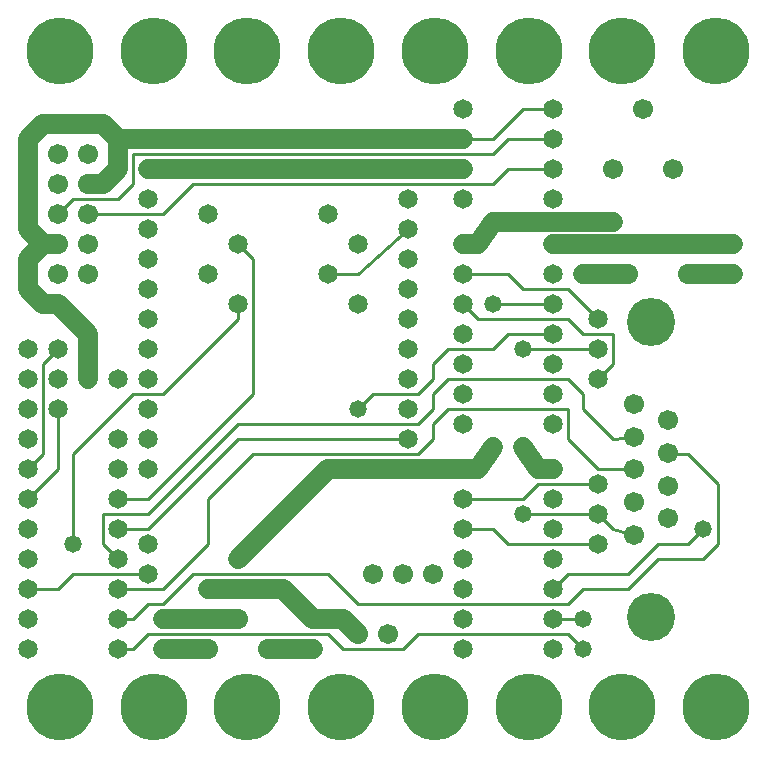
<source format=gbl>
%MOIN*%
%FSLAX25Y25*%
G04 D10 used for Character Trace; *
G04     Circle (OD=.01000) (No hole)*
G04 D11 used for Power Trace; *
G04     Circle (OD=.06500) (No hole)*
G04 D12 used for Signal Trace; *
G04     Circle (OD=.01100) (No hole)*
G04 D13 used for Via; *
G04     Circle (OD=.05800) (Round. Hole ID=.02800)*
G04 D14 used for Component hole; *
G04     Circle (OD=.06500) (Round. Hole ID=.03500)*
G04 D15 used for Component hole; *
G04     Circle (OD=.06700) (Round. Hole ID=.04300)*
G04 D16 used for Component hole; *
G04     Circle (OD=.08100) (Round. Hole ID=.05100)*
G04 D17 used for Component hole; *
G04     Circle (OD=.08900) (Round. Hole ID=.05900)*
G04 D18 used for Component hole; *
G04     Circle (OD=.11300) (Round. Hole ID=.08300)*
G04 D19 used for Component hole; *
G04     Circle (OD=.16000) (Round. Hole ID=.13000)*
G04 D20 used for Component hole; *
G04     Circle (OD=.18300) (Round. Hole ID=.15300)*
G04 D21 used for Component hole; *
G04     Circle (OD=.22291) (Round. Hole ID=.19291)*
%ADD10C,.01000*%
%ADD11C,.06500*%
%ADD12C,.01100*%
%ADD13C,.05800*%
%ADD14C,.06500*%
%ADD15C,.06700*%
%ADD16C,.08100*%
%ADD17C,.08900*%
%ADD18C,.11300*%
%ADD19C,.16000*%
%ADD20C,.18300*%
%ADD21C,.22291*%
%IPPOS*%
%LPD*%
G90*X0Y0D02*D21*X15625Y15625D03*D14*              
X35000Y35000D03*D12*X40000D01*X45000Y40000D01*    
X105000D01*X110000Y35000D01*X130000D01*           
X135000Y40000D01*X185000D01*X190000Y35000D01*D13* 
D03*D14*X180000Y45000D03*D12*X190000D01*D13*D03*  
D12*X115000Y50000D02*X185000D01*X115000D02*       
X105000Y60000D01*X60000D01*X50000Y50000D01*       
X45000D01*X40000Y45000D01*X35000D01*D14*D03*      
Y55000D03*D12*X50000D01*X65000Y70000D01*Y85000D01*
X80000Y100000D01*X135000D01*X140000Y105000D01*    
Y110000D01*X145000Y115000D01*X185000D01*          
Y105000D01*X195000Y95000D01*X206900D01*D15*D03*   
Y105900D03*D12*X200000Y105000D01*                 
X190000Y115000D01*Y120000D01*X185000Y125000D01*   
X145000D01*X140000Y120000D01*Y115000D01*          
X135000Y110000D01*X75000D01*X45000Y80000D01*      
X30000D01*Y70000D01*X35000Y65000D01*D14*D03*D12*  
Y75000D02*X45000D01*D14*X35000D03*D12*Y85000D02*  
X45000D01*D14*X35000D03*D12*X45000Y75000D02*      
X75000Y105000D01*X131600D01*D14*D03*Y115000D03*   
Y95000D03*D11*X105000D01*X75000Y65000D01*D13*D03* 
X65000Y55000D03*D11*X90000D01*X100000Y45000D01*   
D14*D03*D11*X110000D01*X115000Y40000D01*D15*D03*  
X125000D03*D14*X100000Y35000D03*D11*X85000D01*D15*
D03*X75000Y45000D03*D11*X50000D01*D14*D03*        
Y35000D03*D11*X65000D01*D15*D03*D21*              
X46875Y15625D03*X78125D03*D14*X45000Y60000D03*D12*
X20000D01*X15000Y55000D01*X5000D01*D14*D03*       
Y65000D03*Y45000D03*D13*X20000Y70000D03*D12*      
Y100000D01*X40000Y120000D01*X50000D01*            
X75000Y145000D01*Y150000D01*D14*D03*              
X65000Y160000D03*D12*X80000Y120000D02*Y165000D01* 
X45000Y85000D02*X80000Y120000D01*D14*             
X35000Y95000D03*X45000D03*Y70000D03*Y105000D03*   
X35000D03*X15000Y115000D03*D12*Y95000D01*         
X5000Y85000D01*D14*D03*Y95000D03*D12*             
X10000Y100000D01*Y130000D01*X15000Y135000D01*D14* 
D03*X25000Y125000D03*D11*Y140000D01*              
X15000Y150000D01*X10000D01*X5000Y155000D01*       
Y165000D01*X10000Y170000D01*X15000D01*D15*D03*D11*
X10000D02*X5000Y175000D01*Y205000D01*             
X10000Y210000D01*X30000D01*X35000Y205000D01*      
Y195000D01*X30000Y190000D01*X25000D01*D15*D03*D12*
X15000Y180000D02*X20000Y185000D01*D15*            
X15000Y180000D03*D12*X20000Y185000D02*X35000D01*  
X40000Y190000D01*Y200000D01*X160000D01*           
X165000Y205000D01*X180000D01*D14*D03*D12*         
X160000D02*X170000Y215000D01*X150000Y205000D02*   
X160000D01*D14*X150000D03*D11*X140000D01*D14*D03* 
D11*X65000D01*D13*D03*D11*X35000D01*D13*          
X45000Y195000D03*D11*X140000D01*D14*D03*D11*      
X150000D01*D14*D03*D12*X60000Y190000D02*          
X160000D01*X50000Y180000D02*X60000Y190000D01*     
X25000Y180000D02*X50000D01*D15*X25000D03*         
X15000Y190000D03*X25000Y170000D03*D14*            
X45000Y165000D03*D15*X15000Y160000D03*D14*        
X45000Y175000D03*D15*X25000Y200000D03*Y160000D03* 
D14*X45000Y185000D03*D15*X15000Y200000D03*D14*    
X45000Y155000D03*Y145000D03*X65000Y180000D03*     
X5000Y135000D03*X45000D03*X75000Y170000D03*D12*   
X80000Y165000D01*D14*X105000Y160000D03*D12*       
X115000D01*X131600Y175000D01*D14*D03*Y185000D03*  
Y165000D03*X115000Y170000D03*X150000Y160000D03*   
D12*X165000D01*X170000Y155000D01*X185000D01*      
X195000Y145000D01*D14*D03*D12*X200000Y130000D02*  
Y140000D01*X195000Y125000D02*X200000Y130000D01*   
D14*X195000Y125000D03*D15*X206900Y116800D03*D14*  
X195000Y135000D03*D12*X170000D01*D13*D03*D12*     
X160000D02*X165000Y140000D01*X145000Y135000D02*   
X160000D01*X140000Y130000D02*X145000Y135000D01*   
X140000Y125000D02*Y130000D01*X135000Y120000D02*   
X140000Y125000D01*X120000Y120000D02*X135000D01*   
X115000Y115000D02*X120000Y120000D01*D13*          
X115000Y115000D03*D14*X131600Y125000D03*          
Y135000D03*D11*Y95000D02*X150000D01*D14*D03*D11*  
X155000D01*X160000Y102500D01*D14*D03*             
X150000Y110000D03*X170000Y102500D03*D11*          
X175000Y95000D01*X180000D01*D14*D03*D12*          
X170000Y85000D02*X175000Y90000D01*                
X150000Y85000D02*X170000D01*D14*X150000D03*D12*   
X165000Y70000D02*X160000Y75000D01*                
X165000Y70000D02*X195000D01*D14*D03*D12*          
X200000Y75000D02*X206900Y73200D01*D15*D03*D12*    
X200000Y75000D02*X195000Y80000D01*D14*D03*D12*    
X170000D01*D13*D03*D14*X180000Y75000D03*D12*      
X175000Y90000D02*X195000D01*D14*D03*D15*          
X206900Y84100D03*D14*X180000Y85000D03*D12*        
X205000Y60000D02*X215000Y70000D01*                
X185000Y60000D02*X205000D01*X180000Y55000D02*     
X185000Y60000D01*D14*X180000Y55000D03*D12*        
X185000Y50000D02*X190000Y55000D01*X205000D01*     
X215000Y65000D01*X230000D01*X235000Y70000D01*     
Y90000D01*X225000Y100000D01*X218200Y100400D01*D15*
D03*Y111300D03*Y89600D03*Y78700D03*D13*           
X230000Y75000D03*D12*X225000Y70000D01*X215000D01* 
D19*X212600Y45800D03*D14*X180000Y35000D03*        
Y65000D03*Y110000D03*Y120000D03*D21*              
X171875Y15625D03*X203125D03*D12*X150000Y75000D02* 
X160000D01*D14*X150000D03*Y65000D03*D15*          
X140000Y60000D03*D14*X150000Y55000D03*D15*        
X130000Y60000D03*D14*X150000Y45000D03*D15*        
X120000Y60000D03*D14*X150000Y35000D03*Y120000D03* 
X180000Y130000D03*X150000D03*D21*X109375Y15625D03*
X140625D03*D12*X190000Y140000D02*X200000D01*      
X190000D02*X185000Y145000D01*X155000D01*          
X150000Y150000D01*D14*D03*D13*X160000D03*D12*     
X180000D01*D14*D03*X190000Y160000D03*D11*         
X205000D01*D15*D03*X215000Y170000D03*D11*         
X190000D01*D14*D03*D11*X180000D01*D14*D03*        
Y160000D03*Y185000D03*D12*X160000Y190000D02*      
X165000Y195000D01*X180000D01*D14*D03*D13*         
X200000Y177500D03*D11*X160000D01*                 
X155000Y170000D01*X150000D01*D14*D03*Y185000D03*  
X131600Y155000D03*Y145000D03*X180000Y140000D03*   
D12*X165000D01*D14*X150000D03*X115000Y150000D03*  
D19*X212600Y144200D03*D11*X215000Y170000D02*      
X240000D01*D14*D03*Y160000D03*D11*X225000D01*D15* 
D03*X220000Y195000D03*X200000D03*D12*             
X170000Y215000D02*X180000D01*D14*D03*D21*         
X171875Y234375D03*X203125D03*D15*                 
X210000Y215000D03*D14*X150000D03*D21*             
X140625Y234375D03*X234375D03*X109375D03*D14*      
X105000Y180000D03*D21*X78125Y234375D03*X46875D03* 
D14*X45000Y125000D03*Y115000D03*X35000Y125000D03* 
D21*X15625Y234375D03*D14*X15000Y125000D03*        
X5000D03*Y115000D03*Y105000D03*Y75000D03*         
Y35000D03*D21*X234375Y15625D03*M02*               

</source>
